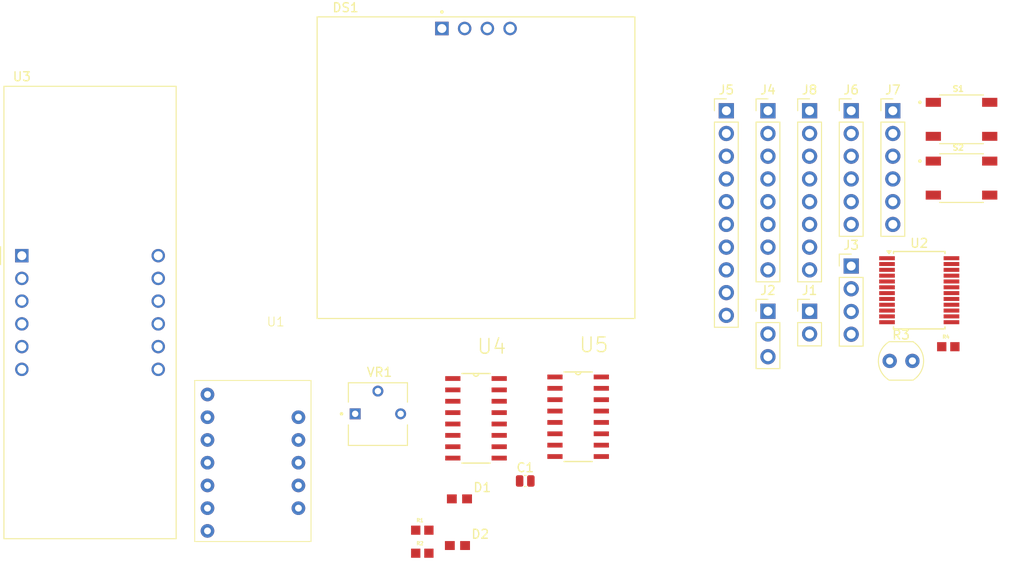
<source format=kicad_pcb>
(kicad_pcb (version 20241229) (generator "pcbnew") (generator_version "9.0")
  (layers (0 "F.Cu" signal) (2 "B.Cu" signal) (13 "F.Paste" user) (15 "B.Paste" user) (5 "F.SilkS" user "F.Silkscreen") (7 "B.SilkS" user "B.Silkscreen") (1 "F.Mask" user) (3 "B.Mask" user) (25 "Edge.Cuts" user))
  (net 0 "")
  (net 1 "PC0")
  (net 2 "GND")
  (net 3 "Net-(D1-Pad2)")
  (net 4 "3V3")
  (net 5 "Net-(D2-Pad2)")
  (net 6 "PC5")
  (net 7 "PC4")
  (net 8 "PD5")
  (net 9 "PD6")
  (net 10 "DCMOT1")
  (net 13 "DCMOT2")
  (net 15 "PD2")
  (net 21 "IOREF")
  (net 22 "Net-(U3-c)")
  (net 23 "Net-(U3-CC4)")
  (net 24 "Net-(U3-CC3)")
  (net 25 "Net-(U3-f)")
  (net 26 "Net-(U3-g)")
  (net 27 "Net-(U3-CC2)")
  (net 28 "Net-(U3-a)")
  (net 29 "Net-(U3-CC1)")
  (net 30 "Net-(U3-b)")
  (net 31 "Net-(U3-DPX)")
  (net 32 "Net-(U3-e)")
  (net 33 "Net-(U3-d)")
  (net 34 "PB5")
  (net 35 "PB4")
  (net 36 "Net-(U4-DS)")
  (net 41 "PB3")
  (net 46 "RESET")
  (net 64 "PD3")
  (net 66 "PD1")
  (footprint "LTST-C193TGKT-5A:0603" (layer "F.Cu") (at 129.15 81.5)
    (property "Reference" "D1" (at 2.546259 -1.273131 0) (layer "F.SilkS") (effects (font (size 1.002465 1.002465))))
    (property "Value" "LTST-C193TGKT-5A")
    (pad "1" smd rect (at -0.85 0) (size 1.1 1) (layers "F.Cu" "F.Mask" "F.Paste") (net 4 "3V3"))
    (pad "2" smd rect (at 0.85 0) (size 1.1 1) (layers "F.Cu" "F.Mask" "F.Paste") (net 3 "Net-(D1-Pad2)"))
  )
  (footprint "74HC595D_118:SOIC127P600X175-16N" (layer "F.Cu") (at 131 72.5)
    (property "Reference" "U4" (at 1.752945 -8.027975 0) (layer "F.SilkS") (effects (font (size 1.640323 1.640323))))
    (property "Value" "74HC595D_118")
    (fp_line (start -1.5748 5.0038) (end 1.5748 5.0038) (stroke (width 0.1524)) (layer "F.SilkS"))
    (fp_line (start -0.3048 -5.0038) (end -1.5748 -5.0038) (stroke (width 0.1524)) (layer "F.SilkS"))
    (fp_line (start 0.3048 -5.0038) (end -0.3048 -5.0038) (stroke (width 0.1524)) (layer "F.SilkS"))
    (fp_line (start 1.5748 -5.0038) (end 0.3048 -5.0038) (stroke (width 0.1524)) (layer "F.SilkS"))
    (fp_arc (start 0.3048 -5.0038) (mid 0 -4.699) (end -0.3048 -5.0038) (stroke (width 0.1524)) (layer "F.SilkS"))
    (pad "1" smd rect (at -2.5908 -4.445) (size 1.7018 0.5334) (layers "F.Cu" "F.Mask" "F.Paste") (net 30 "Net-(U3-b)"))
    (pad "2" smd rect (at -2.5908 -3.175) (size 1.7018 0.5334) (layers "F.Cu" "F.Mask" "F.Paste") (net 22 "Net-(U3-c)"))
    (pad "3" smd rect (at -2.5908 -1.905) (size 1.7018 0.5334) (layers "F.Cu" "F.Mask" "F.Paste") (net 33 "Net-(U3-d)"))
    (pad "4" smd rect (at -2.5908 -0.635) (size 1.7018 0.5334) (layers "F.Cu" "F.Mask" "F.Paste") (net 32 "Net-(U3-e)"))
    (pad "5" smd rect (at -2.5908 0.635) (size 1.7018 0.5334) (layers "F.Cu" "F.Mask" "F.Paste") (net 25 "Net-(U3-f)"))
    (pad "6" smd rect (at -2.5908 1.905) (size 1.7018 0.5334) (layers "F.Cu" "F.Mask" "F.Paste") (net 26 "Net-(U3-g)"))
    (pad "7" smd rect (at -2.5908 3.175) (size 1.7018 0.5334) (layers "F.Cu" "F.Mask" "F.Paste") (net 31 "Net-(U3-DPX)"))
    (pad "8" smd rect (at -2.5908 4.445) (size 1.7018 0.5334) (layers "F.Cu" "F.Mask" "F.Paste") (net 2 "GND"))
    (pad "9" smd rect (at 2.5908 4.445) (size 1.7018 0.5334) (layers "F.Cu" "F.Mask" "F.Paste"))
    (pad "10" smd rect (at 2.5908 3.175) (size 1.7018 0.5334) (layers "F.Cu" "F.Mask" "F.Paste"))
    (pad "11" smd rect (at 2.5908 1.905) (size 1.7018 0.5334) (layers "F.Cu" "F.Mask" "F.Paste") (net 34 "PB5"))
    (pad "12" smd rect (at 2.5908 0.635) (size 1.7018 0.5334) (layers "F.Cu" "F.Mask" "F.Paste") (net 34 "PB5"))
    (pad "13" smd rect (at 2.5908 -0.635) (size 1.7018 0.5334) (layers "F.Cu" "F.Mask" "F.Paste") (net 35 "PB4"))
    (pad "14" smd rect (at 2.5908 -1.905) (size 1.7018 0.5334) (layers "F.Cu" "F.Mask" "F.Paste") (net 36 "Net-(U4-DS)"))
    (pad "15" smd rect (at 2.5908 -3.175) (size 1.7018 0.5334) (layers "F.Cu" "F.Mask" "F.Paste") (net 28 "Net-(U3-a)"))
    (pad "16" smd rect (at 2.5908 -4.445) (size 1.7018 0.5334) (layers "F.Cu" "F.Mask" "F.Paste") (net 4 "3V3"))
  )
  (footprint "Connector_PinHeader_2.54mm:PinHeader_1x03_P2.54mm_Vertical" (layer "F.Cu") (at 163.617 60.539)
    (property "Reference" "J2" (at 0 -2.33 0) (layer "F.SilkS"))
    (property "Value" "Conn_01x03_Pin")
    (fp_line (start -1.33 -1.33) (end 0 -1.33) (stroke (width 0.12)) (layer "F.SilkS"))
    (fp_line (start -1.33 0) (end -1.33 -1.33) (stroke (width 0.12)) (layer "F.SilkS"))
    (fp_line (start -1.33 1.27) (end -1.33 6.41) (stroke (width 0.12)) (layer "F.SilkS"))
    (fp_line (start -1.33 1.27) (end 1.33 1.27) (stroke (width 0.12)) (layer "F.SilkS"))
    (fp_line (start -1.33 6.41) (end 1.33 6.41) (stroke (width 0.12)) (layer "F.SilkS"))
    (fp_line (start 1.33 1.27) (end 1.33 6.41) (stroke (width 0.12)) (layer "F.SilkS"))
    (pad "1" thru_hole rect (at 0 0) (size 1.7 1.7) (drill 1) (layers "*.Cu" "*.Mask") (net 4 "3V3"))
    (pad "2" thru_hole oval (at 0 2.54) (size 1.7 1.7) (drill 1) (layers "*.Cu" "*.Mask") (net 15 "PD2"))
    (pad "3" thru_hole oval (at 0 5.08) (size 1.7 1.7) (drill 1) (layers "*.Cu" "*.Mask") (net 2 "GND"))
  )
  (footprint "Connector_PinHeader_2.54mm:PinHeader_1x08_P2.54mm_Vertical" (layer "F.Cu") (at 163.617 38.139)
    (property "Reference" "J4" (at 0 -2.33 0) (layer "F.SilkS"))
    (property "Value" "Conn_01x08")
    (fp_line (start -1.33 -1.33) (end 0 -1.33) (stroke (width 0.12)) (layer "F.SilkS"))
    (fp_line (start -1.33 0) (end -1.33 -1.33) (stroke (width 0.12)) (layer "F.SilkS"))
    (fp_line (start -1.33 1.27) (end -1.33 19.11) (stroke (width 0.12)) (layer "F.SilkS"))
    (fp_line (start -1.33 1.27) (end 1.33 1.27) (stroke (width 0.12)) (layer "F.SilkS"))
    (fp_line (start -1.33 19.11) (end 1.33 19.11) (stroke (width 0.12)) (layer "F.SilkS"))
    (fp_line (start 1.33 1.27) (end 1.33 19.11) (stroke (width 0.12)) (layer "F.SilkS"))
    (pad "1" thru_hole rect (at 0 0) (size 1.7 1.7) (drill 1) (layers "*.Cu" "*.Mask"))
    (pad "2" thru_hole oval (at 0 2.54) (size 1.7 1.7) (drill 1) (layers "*.Cu" "*.Mask") (net 21 "IOREF"))
    (pad "3" thru_hole oval (at 0 5.08) (size 1.7 1.7) (drill 1) (layers "*.Cu" "*.Mask") (net 46 "RESET"))
    (pad "4" thru_hole oval (at 0 7.62) (size 1.7 1.7) (drill 1) (layers "*.Cu" "*.Mask") (net 4 "3V3"))
    (pad "5" thru_hole oval (at 0 10.16) (size 1.7 1.7) (drill 1) (layers "*.Cu" "*.Mask") (net 4 "3V3"))
    (pad "6" thru_hole oval (at 0 12.7) (size 1.7 1.7) (drill 1) (layers "*.Cu" "*.Mask") (net 2 "GND"))
    (pad "7" thru_hole oval (at 0 15.24) (size 1.7 1.7) (drill 1) (layers "*.Cu" "*.Mask") (net 2 "GND"))
    (pad "8" thru_hole oval (at 0 17.78) (size 1.7 1.7) (drill 1) (layers "*.Cu" "*.Mask") (net 4 "3V3"))
  )
  (footprint "RC0603JR-071KL:RESC1607X60N" (layer "F.Cu") (at 183.765 64.5)
    (property "Reference" "R4" (at -0.26 -1.1 0) (layer "F.SilkS") (effects (font (size 0.393701 0.393701))))
    (property "Value" "4.7k")
    (pad "1" smd rect (at -0.735 0) (size 1.04 1.02) (layers "F.Cu" "F.Mask" "F.Paste") (net 4 "3V3"))
    (pad "2" smd rect (at 0.735 0) (size 1.04 1.02) (layers "F.Cu" "F.Mask" "F.Paste") (net 64 "PD3"))
  )
  (footprint "OptoDevice:R_LDR_4.9x4.2mm_P2.54mm_Vertical" (layer "F.Cu") (at 177.217 66.089)
    (property "Reference" "R3" (at 1.27 -2.9 0) (layer "F.SilkS"))
    (property "Value" "4.7k")
    (fp_line (start -0.05 -2.15) (end 2.6 -2.15) (stroke (width 0.12)) (layer "F.SilkS"))
    (fp_line (start -0.05 2.15) (end 2.6 2.15) (stroke (width 0.12)) (layer "F.SilkS"))
    (fp_arc (start -0.05 2.15) (mid -1.262424 0.01494) (end -0.075476 -2.134388) (stroke (width 0.12)) (layer "F.SilkS"))
    (fp_arc (start 2.6 -2.15) (mid 3.788646 -0.016616) (end 2.628027 2.132145) (stroke (width 0.12)) (layer "F.SilkS"))
    (pad "1" thru_hole circle (at 0 0) (size 1.6 1.6) (drill 0.8) (layers "*.Cu" "*.Mask") (net 4 "3V3"))
    (pad "2" thru_hole circle (at 2.54 0) (size 1.6 1.6) (drill 0.8) (layers "*.Cu" "*.Mask") (net 15 "PD2"))
  )
  (footprint "RC0603JR-071KL:RESC1607X60N" (layer "F.Cu") (at 125 87.572)
    (property "Reference" "R2" (at -0.26 -1.1 0) (layer "F.SilkS") (effects (font (size 0.393701 0.393701))))
    (property "Value" "RC0603JR-071KL")
    (pad "1" smd rect (at -0.735 0) (size 1.04 1.02) (layers "F.Cu" "F.Mask" "F.Paste") (net 9 "PD6"))
    (pad "2" smd rect (at 0.735 0) (size 1.04 1.02) (layers "F.Cu" "F.Mask" "F.Paste") (net 5 "Net-(D2-Pad2)"))
  )
  (footprint "Connector_PinHeader_2.54mm:PinHeader_1x06_P2.54mm_Vertical" (layer "F.Cu") (at 177.567 38.139)
    (property "Reference" "J7" (at 0 -2.33 0) (layer "F.SilkS"))
    (property "Value" "Conn_01x06")
    (fp_line (start -1.33 -1.33) (end 0 -1.33) (stroke (width 0.12)) (layer "F.SilkS"))
    (fp_line (start -1.33 0) (end -1.33 -1.33) (stroke (width 0.12)) (layer "F.SilkS"))
    (fp_line (start -1.33 1.27) (end -1.33 14.03) (stroke (width 0.12)) (layer "F.SilkS"))
    (fp_line (start -1.33 1.27) (end 1.33 1.27) (stroke (width 0.12)) (layer "F.SilkS"))
    (fp_line (start -1.33 14.03) (end 1.33 14.03) (stroke (width 0.12)) (layer "F.SilkS"))
    (fp_line (start 1.33 1.27) (end 1.33 14.03) (stroke (width 0.12)) (layer "F.SilkS"))
    (pad "1" thru_hole rect (at 0 0) (size 1.7 1.7) (drill 1) (layers "*.Cu" "*.Mask") (net 1 "PC0"))
    (pad "2" thru_hole oval (at 0 2.54) (size 1.7 1.7) (drill 1) (layers "*.Cu" "*.Mask"))
    (pad "3" thru_hole oval (at 0 5.08) (size 1.7 1.7) (drill 1) (layers "*.Cu" "*.Mask"))
    (pad "4" thru_hole oval (at 0 7.62) (size 1.7 1.7) (drill 1) (layers "*.Cu" "*.Mask"))
    (pad "5" thru_hole oval (at 0 10.16) (size 1.7 1.7) (drill 1) (layers "*.Cu" "*.Mask"))
    (pad "6" thru_hole oval (at 0 12.7) (size 1.7 1.7) (drill 1) (layers "*.Cu" "*.Mask"))
  )
  (footprint "LTST-C193TGKT-5A:0603" (layer "F.Cu") (at 128.927 86.714)
    (property "Reference" "D2" (at 2.546259 -1.273131 0) (layer "F.SilkS") (effects (font (size 1.002465 1.002465))))
    (property "Value" "LTST-C193TGKT-5A")
    (pad "1" smd rect (at -0.85 0) (size 1.1 1) (layers "F.Cu" "F.Mask" "F.Paste") (net 4 "3V3"))
    (pad "2" smd rect (at 0.85 0) (size 1.1 1) (layers "F.Cu" "F.Mask" "F.Paste") (net 5 "Net-(D2-Pad2)"))
  )
  (footprint "Package_SO:SSOP-24_5.3x8.2mm_P0.65mm" (layer "F.Cu") (at 180.517 58.189)
    (property "Reference" "U2" (at 0 -5.25 0) (layer "F.SilkS"))
    (property "Value" "TB6612FNG")
    (fp_line (start -2.875 -4.325) (end -2.875 -4.1) (stroke (width 0.15)) (layer "F.SilkS"))
    (fp_line (start -2.875 -4.325) (end 2.875 -4.325) (stroke (width 0.15)) (layer "F.SilkS"))
    (fp_line (start -2.875 4.325) (end -2.875 4.1) (stroke (width 0.15)) (layer "F.SilkS"))
    (fp_line (start -2.875 4.325) (end 2.875 4.325) (stroke (width 0.15)) (layer "F.SilkS"))
    (fp_line (start 2.875 -4.325) (end 2.875 -4.1) (stroke (width 0.15)) (layer "F.SilkS"))
    (fp_line (start 2.875 4.325) (end 2.875 4.1) (stroke (width 0.15)) (layer "F.SilkS"))
    (fp_poly (pts (xy -3.375 -4.075) (xy -3.615 -4.405) (xy -3.135 -4.405) (xy -3.375 -4.075)) (stroke (width 0.12)) (fill yes) (layer "F.SilkS"))
    (pad "1" smd rect (at -3.6 -3.575) (size 1.75 0.45) (layers "F.Cu" "F.Mask" "F.Paste") (net 10 "DCMOT1"))
    (pad "2" smd rect (at -3.6 -2.925) (size 1.75 0.45) (layers "F.Cu" "F.Mask" "F.Paste") (net 10 "DCMOT1"))
    (pad "3" smd rect (at -3.6 -2.275) (size 1.75 0.45) (layers "F.Cu" "F.Mask" "F.Paste"))
    (pad "4" smd rect (at -3.6 -1.625) (size 1.75 0.45) (layers "F.Cu" "F.Mask" "F.Paste"))
    (pad "5" smd rect (at -3.6 -0.975) (size 1.75 0.45) (layers "F.Cu" "F.Mask" "F.Paste") (net 13 "DCMOT2"))
    (pad "6" smd rect (at -3.6 -0.325) (size 1.75 0.45) (layers "F.Cu" "F.Mask" "F.Paste") (net 13 "DCMOT2"))
    (pad "7" smd rect (at -3.6 0.325) (size 1.75 0.45) (layers "F.Cu" "F.Mask" "F.Paste"))
    (pad "8" smd rect (at -3.6 0.975) (size 1.75 0.45) (layers "F.Cu" "F.Mask" "F.Paste"))
    (pad "9" smd rect (at -3.6 1.625) (size 1.75 0.45) (layers "F.Cu" "F.Mask" "F.Paste"))
    (pad "10" smd rect (at -3.6 2.275) (size 1.75 0.45) (layers "F.Cu" "F.Mask" "F.Paste"))
    (pad "11" smd rect (at -3.6 2.925) (size 1.75 0.45) (layers "F.Cu" "F.Mask" "F.Paste"))
    (pad "12" smd rect (at -3.6 3.575) (size 1.75 0.45) (layers "F.Cu" "F.Mask" "F.Paste"))
    (pad "13" smd rect (at 3.6 3.575) (size 1.75 0.45) (layers "F.Cu" "F.Mask" "F.Paste"))
    (pad "14" smd rect (at 3.6 2.925) (size 1.75 0.45) (layers "F.Cu" "F.Mask" "F.Paste"))
    (pad "15" smd rect (at 3.6 2.275) (size 1.75 0.45) (layers "F.Cu" "F.Mask" "F.Paste"))
    (pad "16" smd rect (at 3.6 1.625) (size 1.75 0.45) (layers "F.Cu" "F.Mask" "F.Paste"))
    (pad "17" smd rect (at 3.6 0.975) (size 1.75 0.45) (layers "F.Cu" "F.Mask" "F.Paste"))
    (pad "18" smd rect (at 3.6 0.325) (size 1.75 0.45) (layers "F.Cu" "F.Mask" "F.Paste") (net 2 "GND"))
    (pad "19" smd rect (at 3.6 -0.325) (size 1.75 0.45) (layers "F.Cu" "F.Mask" "F.Paste") (net 4 "3V3"))
    (pad "20" smd rect (at 3.6 -0.975) (size 1.75 0.45) (layers "F.Cu" "F.Mask" "F.Paste") (net 4 "3V3"))
    (pad "21" smd rect (at 3.6 -1.625) (size 1.75 0.45) (layers "F.Cu" "F.Mask" "F.Paste") (net 66 "PD1"))
    (pad "22" smd rect (at 3.6 -2.275) (size 1.75 0.45) (layers "F.Cu" "F.Mask" "F.Paste") (net 15 "PD2"))
    (pad "23" smd rect (at 3.6 -2.925) (size 1.75 0.45) (layers "F.Cu" "F.Mask" "F.Paste") (net 64 "PD3"))
    (pad "24" smd rect (at 3.6 -3.575) (size 1.75 0.45) (layers "F.Cu" "F.Mask" "F.Paste") (net 4 "3V3"))
  )
  (footprint "8-1437565-1:SW_8-1437565-1" (layer "F.Cu") (at 185.242 45.6645)
    (property "Reference" "S2" (at -0.368 -3.4064 0) (layer "F.SilkS") (effects (font (size 0.64 0.64))))
    (property "Value" "8-1437565-1")
    (fp_line (start 2.45 -2.72) (end -2.45 -2.72) (stroke (width 0.127)) (layer "F.SilkS"))
    (fp_line (start 2.45 2.72) (end -2.45 2.72) (stroke (width 0.127)) (layer "F.SilkS"))
    (fp_circle (center -4.65 -1.9) (end -4.55 -1.9) (stroke (width 0.2)) (fill no) (layer "F.SilkS"))
    (pad "1" smd rect (at -3.15 -1.9) (size 1.7 1) (layers "F.Cu" "F.Mask" "F.Paste") (net 64 "PD3"))
    (pad "2" smd rect (at 3.15 -1.9) (size 1.7 1) (layers "F.Cu" "F.Mask" "F.Paste") (net 64 "PD3"))
    (pad "3" smd rect (at -3.15 1.9) (size 1.7 1) (layers "F.Cu" "F.Mask" "F.Paste") (net 2 "GND"))
    (pad "4" smd rect (at 3.15 1.9) (size 1.7 1) (layers "F.Cu" "F.Mask" "F.Paste") (net 2 "GND"))
  )
  (footprint "Connector_PinHeader_2.54mm:PinHeader_1x10_P2.54mm_Vertical" (layer "F.Cu") (at 158.967 38.139)
    (property "Reference" "J5" (at 0 -2.33 0) (layer "F.SilkS"))
    (property "Value" "Conn_01x10")
    (fp_line (start -1.33 -1.33) (end 0 -1.33) (stroke (width 0.12)) (layer "F.SilkS"))
    (fp_line (start -1.33 0) (end -1.33 -1.33) (stroke (width 0.12)) (layer "F.SilkS"))
    (fp_line (start -1.33 1.27) (end -1.33 24.19) (stroke (width 0.12)) (layer "F.SilkS"))
    (fp_line (start -1.33 1.27) (end 1.33 1.27) (stroke (width 0.12)) (layer "F.SilkS"))
    (fp_line (start -1.33 24.19) (end 1.33 24.19) (stroke (width 0.12)) (layer "F.SilkS"))
    (fp_line (start 1.33 1.27) (end 1.33 24.19) (stroke (width 0.12)) (layer "F.SilkS"))
    (pad "1" thru_hole rect (at 0 0) (size 1.7 1.7) (drill 1) (layers "*.Cu" "*.Mask") (net 6 "PC5"))
    (pad "2" thru_hole oval (at 0 2.54) (size 1.7 1.7) (drill 1) (layers "*.Cu" "*.Mask") (net 7 "PC4"))
    (pad "3" thru_hole oval (at 0 5.08) (size 1.7 1.7) (drill 1) (layers "*.Cu" "*.Mask"))
    (pad "4" thru_hole oval (at 0 7.62) (size 1.7 1.7) (drill 1) (layers "*.Cu" "*.Mask") (net 2 "GND"))
    (pad "5" thru_hole oval (at 0 10.16) (size 1.7 1.7) (drill 1) (layers "*.Cu" "*.Mask"))
    (pad "6" thru_hole oval (at 0 12.7) (size 1.7 1.7) (drill 1) (layers "*.Cu" "*.Mask"))
    (pad "7" thru_hole oval (at 0 15.24) (size 1.7 1.7) (drill 1) (layers "*.Cu" "*.Mask"))
    (pad "8" thru_hole oval (at 0 17.78) (size 1.7 1.7) (drill 1) (layers "*.Cu" "*.Mask"))
    (pad "9" thru_hole oval (at 0 20.32) (size 1.7 1.7) (drill 1) (layers "*.Cu" "*.Mask"))
    (pad "10" thru_hole oval (at 0 22.86) (size 1.7 1.7) (drill 1) (layers "*.Cu" "*.Mask"))
  )
  (footprint "Connector_PinHeader_2.54mm:PinHeader_1x06_P2.54mm_Vertical" (layer "F.Cu") (at 172.917 38.139)
    (property "Reference" "J6" (at 0 -2.33 0) (layer "F.SilkS"))
    (property "Value" "Conn_01x06")
    (fp_line (start -1.33 -1.33) (end 0 -1.33) (stroke (width 0.12)) (layer "F.SilkS"))
    (fp_line (start -1.33 0) (end -1.33 -1.33) (stroke (width 0.12)) (layer "F.SilkS"))
    (fp_line (start -1.33 1.27) (end -1.33 14.03) (stroke (width 0.12)) (layer "F.SilkS"))
    (fp_line (start -1.33 1.27) (end 1.33 1.27) (stroke (width 0.12)) (layer "F.SilkS"))
    (fp_line (start -1.33 14.03) (end 1.33 14.03) (stroke (width 0.12)) (layer "F.SilkS"))
    (fp_line (start 1.33 1.27) (end 1.33 14.03) (stroke (width 0.12)) (layer "F.SilkS"))
    (pad "1" thru_hole rect (at 0 0) (size 1.7 1.7) (drill 1) (layers "*.Cu" "*.Mask"))
    (pad "2" thru_hole oval (at 0 2.54) (size 1.7 1.7) (drill 1) (layers "*.Cu" "*.Mask"))
    (pad "3" thru_hole oval (at 0 5.08) (size 1.7 1.7) (drill 1) (layers "*.Cu" "*.Mask") (net 41 "PB3"))
    (pad "4" thru_hole oval (at 0 7.62) (size 1.7 1.7) (drill 1) (layers "*.Cu" "*.Mask") (net 35 "PB4"))
    (pad "5" thru_hole oval (at 0 10.16) (size 1.7 1.7) (drill 1) (layers "*.Cu" "*.Mask") (net 34 "PB5"))
    (pad "6" thru_hole oval (at 0 12.7) (size 1.7 1.7) (drill 1) (layers "*.Cu" "*.Mask"))
  )
  (footprint "OLED_128X64_1.3_I2C:LCD_OLED_128X64_1.3_I2C" (layer "F.Cu") (at 131 44.5)
    (property "Reference" "DS1" (at -14.575 -17.885 0) (layer "F.SilkS"))
    (property "Value" "OLED_128X64_1.3_I2C")
    (fp_line (start -17.75 -16.85) (end 17.75 -16.85) (stroke (width 0.127)) (layer "F.SilkS"))
    (fp_line (start -17.75 16.85) (end -17.75 -16.85) (stroke (width 0.127)) (layer "F.SilkS"))
    (fp_line (start 17.75 -16.85) (end 17.75 16.85) (stroke (width 0.127)) (layer "F.SilkS"))
    (fp_line (start 17.75 16.85) (end -17.75 16.85) (stroke (width 0.127)) (layer "F.SilkS"))
    (fp_circle (center -3.81 -17.4) (end -3.71 -17.4) (stroke (width 0.2)) (fill no) (layer "F.SilkS"))
    (pad "" np_thru_hole circle (at -15.75 -14.85) (size 3 3) (drill 3) (layers "*.Cu" "*.Mask"))
    (pad "" np_thru_hole circle (at -15.75 14.85) (size 3 3) (drill 3) (layers "*.Cu" "*.Mask"))
    (pad "" np_thru_hole circle (at 15.75 -14.85) (size 3 3) (drill 3) (layers "*.Cu" "*.Mask"))
    (pad "" np_thru_hole circle (at 15.75 14.85) (size 3 3) (drill 3) (layers "*.Cu" "*.Mask"))
    (pad "1" thru_hole rect (at -3.81 -15.55) (size 1.508 1.508) (drill 1) (layers "*.Cu" "*.Mask") (net 4 "3V3"))
    (pad "2" thru_hole circle (at -1.27 -15.55) (size 1.508 1.508) (drill 1) (layers "*.Cu" "*.Mask") (net 2 "GND"))
    (pad "3" thru_hole circle (at 1.27 -15.55) (size 1.508 1.508) (drill 1) (layers "*.Cu" "*.Mask") (net 6 "PC5"))
    (pad "4" thru_hole circle (at 3.81 -15.55) (size 1.508 1.508) (drill 1) (layers "*.Cu" "*.Mask") (net 7 "PC4"))
  )
  (footprint "Capacitor_SMD:C_0504_1310Metric_Pad0.83x1.28mm_HandSolder" (layer "F.Cu") (at 136.5 79.5)
    (property "Reference" "C1" (at 0 -1.49 0) (layer "F.SilkS"))
    (property "Value" "1u")
    (fp_line (start -0.101969 -0.62) (end 0.101969 -0.62) (stroke (width 0.12)) (layer "F.SilkS"))
    (fp_line (start -0.101969 0.62) (end 0.101969 0.62) (stroke (width 0.12)) (layer "F.SilkS"))
    (pad "1" smd roundrect (at -0.6275 0) (size 0.835 1.28) (layers "F.Cu" "F.Mask" "F.Paste") (net 1 "PC0"))
    (pad "2" smd roundrect (at 0.6275 0) (size 0.835 1.28) (layers "F.Cu" "F.Mask" "F.Paste") (net 2 "GND"))
  )
  (footprint "8-1437565-1:SW_8-1437565-1" (layer "F.Cu") (at 185.242 39.0975)
    (property "Reference" "S1" (at -0.368 -3.4064 0) (layer "F.SilkS") (effects (font (size 0.64 0.64))))
    (property "Value" "8-1437565-1")
    (fp_line (start 2.45 -2.72) (end -2.45 -2.72) (stroke (width 0.127)) (layer "F.SilkS"))
    (fp_line (start 2.45 2.72) (end -2.45 2.72) (stroke (width 0.127)) (layer "F.SilkS"))
    (fp_circle (center -4.65 -1.9) (end -4.55 -1.9) (stroke (width 0.2)) (fill no) (layer "F.SilkS"))
    (pad "1" smd rect (at -3.15 -1.9) (size 1.7 1) (layers "F.Cu" "F.Mask" "F.Paste") (net 15 "PD2"))
    (pad "2" smd rect (at 3.15 -1.9) (size 1.7 1) (layers "F.Cu" "F.Mask" "F.Paste") (net 15 "PD2"))
    (pad "3" smd rect (at -3.15 1.9) (size 1.7 1) (layers "F.Cu" "F.Mask" "F.Paste") (net 2 "GND"))
    (pad "4" smd rect (at 3.15 1.9) (size 1.7 1) (layers "F.Cu" "F.Mask" "F.Paste") (net 2 "GND"))
  )
  (footprint "74HC595D_118:SOIC127P600X175-16N" (layer "F.Cu") (at 142.4092 72.325)
    (property "Reference" "U5" (at 1.752945 -8.027975 0) (layer "F.SilkS") (effects (font (size 1.640323 1.640323))))
    (property "Value" "74HC595D_118")
    (fp_line (start -1.5748 5.0038) (end 1.5748 5.0038) (stroke (width 0.1524)) (layer "F.SilkS"))
    (fp_line (start -0.3048 -5.0038) (end -1.5748 -5.0038) (stroke (width 0.1524)) (layer "F.SilkS"))
    (fp_line (start 0.3048 -5.0038) (end -0.3048 -5.0038) (stroke (width 0.1524)) (layer "F.SilkS"))
    (fp_line (start 1.5748 -5.0038) (end 0.3048 -5.0038) (stroke (width 0.1524)) (layer "F.SilkS"))
    (fp_arc (start 0.3048 -5.0038) (mid 0 -4.699) (end -0.3048 -5.0038) (stroke (width 0.1524)) (layer "F.SilkS"))
    (pad "1" smd rect (at -2.5908 -4.445) (size 1.7018 0.5334) (layers "F.Cu" "F.Mask" "F.Paste") (net 27 "Net-(U3-CC2)"))
    (pad "2" smd rect (at -2.5908 -3.175) (size 1.7018 0.5334) (layers "F.Cu" "F.Mask" "F.Paste") (net 24 "Net-(U3-CC3)"))
    (pad "3" smd rect (at -2.5908 -1.905) (size 1.7018 0.5334) (layers "F.Cu" "F.Mask" "F.Paste") (net 23 "Net-(U3-CC4)"))
    (pad "4" smd rect (at -2.5908 -0.635) (size 1.7018 0.5334) (layers "F.Cu" "F.Mask" "F.Paste"))
    (pad "5" smd rect (at -2.5908 0.635) (size 1.7018 0.5334) (layers "F.Cu" "F.Mask" "F.Paste"))
    (pad "6" smd rect (at -2.5908 1.905) (size 1.7018 0.5334) (layers "F.Cu" "F.Mask" "F.Paste"))
    (pad "7" smd rect (at -2.5908 3.175) (size 1.7018 0.5334) (layers "F.Cu" "F.Mask" "F.Paste"))
    (pad "8" smd rect (at -2.5908 4.445) (size 1.7018 0.5334) (layers "F.Cu" "F.Mask" "F.Paste") (net 2 "GND"))
    (pad "9" smd rect (at 2.5908 4.445) (size 1.7018 0.5334) (layers "F.Cu" "F.Mask" "F.Paste") (net 36 "Net-(U4-DS)"))
    (pad "10" smd rect (at 2.5908 3.175) (size 1.7018 0.5334) (layers "F.Cu" "F.Mask" "F.Paste"))
    (pad "11" smd rect (at 2.5908 1.905) (size 1.7018 0.5334) (layers "F.Cu" "F.Mask" "F.Paste") (net 34 "PB5"))
    (pad "12" smd rect (at 2.5908 0.635) (size 1.7018 0.5334) (layers "F.Cu" "F.Mask" "F.Paste") (net 34 "PB5"))
    (pad "13" smd rect (at 2.5908 -0.635) (size 1.7018 0.5334) (layers "F.Cu" "F.Mask" "F.Paste") (net 35 "PB4"))
    (pad "14" smd rect (at 2.5908 -1.905) (size 1.7018 0.5334) (layers "F.Cu" "F.Mask" "F.Paste") (net 41 "PB3"))
    (pad "15" smd rect (at 2.5908 -3.175) (size 1.7018 0.5334) (layers "F.Cu" "F.Mask" "F.Paste") (net 29 "Net-(U3-CC1)"))
    (pad "16" smd rect (at 2.5908 -4.445) (size 1.7018 0.5334) (layers "F.Cu" "F.Mask" "F.Paste") (net 4 "3V3"))
  )
  (footprint "Connector_PinHeader_2.54mm:PinHeader_1x08_P2.54mm_Vertical" (layer "F.Cu") (at 168.267 38.139)
    (property "Reference" "J8" (at 0 -2.33 0) (layer "F.SilkS"))
    (property "Value" "Conn_01x08")
    (fp_line (start -1.33 -1.33) (end 0 -1.33) (stroke (width 0.12)) (layer "F.SilkS"))
    (fp_line (start -1.33 0) (end -1.33 -1.33) (stroke (width 0.12)) (layer "F.SilkS"))
    (fp_line (start -1.33 1.27) (end -1.33 19.11) (stroke (width 0.12)) (layer "F.SilkS"))
    (fp_line (start -1.33 1.27) (end 1.33 1.27) (stroke (width 0.12)) (layer "F.SilkS"))
    (fp_line (start -1.33 19.11) (end 1.33 19.11) (stroke (width 0.12)) (layer "F.SilkS"))
    (fp_line (start 1.33 1.27) (end 1.33 19.11) (stroke (width 0.12)) (layer "F.SilkS"))
    (pad "1" thru_hole rect (at 0 0) (size 1.7 1.7) (drill 1) (layers "*.Cu" "*.Mask") (net 66 "PD1"))
    (pad "2" thru_hole oval (at 0 2.54) (size 1.7 1.7) (drill 1) (layers "*.Cu" "*.Mask") (net 15 "PD2"))
    (pad "3" thru_hole oval (at 0 5.08) (size 1.7 1.7) (drill 1) (layers "*.Cu" "*.Mask") (net 64 "PD3"))
    (pad "4" thru_hole oval (at 0 7.62) (size 1.7 1.7) (drill 1) (layers "*.Cu" "*.Mask"))
    (pad "5" thru_hole oval (at 0 10.16) (size 1.7 1.7) (drill 1) (layers "*.Cu" "*.Mask") (net 8 "PD5"))
    (pad "6" thru_hole oval (at 0 12.7) (size 1.7 1.7) (drill 1) (layers "*.Cu" "*.Mask") (net 9 "PD6"))
    (pad "7" thru_hole oval (at 0 15.24) (size 1.7 1.7) (drill 1) (layers "*.Cu" "*.Mask"))
    (pad "8" thru_hole oval (at 0 17.78) (size 1.7 1.7) (drill 1) (layers "*.Cu" "*.Mask"))
  )
  (footprint "Connector_PinHeader_2.54mm:PinHeader_1x04_P2.54mm_Vertical" (layer "F.Cu") (at 172.917 55.489)
    (property "Reference" "J3" (at 0 -2.33 0) (layer "F.SilkS"))
    (property "Value" "Conn_01x04_Socket")
    (fp_line (start -1.33 -1.33) (end 0 -1.33) (stroke (width 0.12)) (layer "F.SilkS"))
    (fp_line (start -1.33 0) (end -1.33 -1.33) (stroke (width 0.12)) (layer "F.SilkS"))
    (fp_line (start -1.33 1.27) (end -1.33 8.95) (stroke (width 0.12)) (layer "F.SilkS"))
    (fp_line (start -1.33 1.27) (end 1.33 1.27) (stroke (width 0.12)) (layer "F.SilkS"))
    (fp_line (start -1.33 8.95) (end 1.33 8.95) (stroke (width 0.12)) (layer "F.SilkS"))
    (fp_line (start 1.33 1.27) (end 1.33 8.95) (stroke (width 0.12)) (layer "F.SilkS"))
    (pad "1" thru_hole rect (at 0 0) (size 1.7 1.7) (drill 1) (layers "*.Cu" "*.Mask") (net 2 "GND"))
    (pad "2" thru_hole oval (at 0 2.54) (size 1.7 1.7) (drill 1) (layers "*.Cu" "*.Mask") (net 15 "PD2"))
    (pad "3" thru_hole oval (at 0 5.08) (size 1.7 1.7) (drill 1) (layers "*.Cu" "*.Mask") (net 15 "PD2"))
    (pad "4" thru_hole oval (at 0 7.62) (size 1.7 1.7) (drill 1) (layers "*.Cu" "*.Mask") (net 4 "3V3"))
  )
  (footprint "RC0603JR-071KL:RESC1607X60N" (layer "F.Cu") (at 125 85)
    (property "Reference" "R1" (at -0.26 -1.1 0) (layer "F.SilkS") (effects (font (size 0.393701 0.393701))))
    (property "Value" "RC0603JR-071KL")
    (pad "1" smd rect (at -0.735 0) (size 1.04 1.02) (layers "F.Cu" "F.Mask" "F.Paste") (net 8 "PD5"))
    (pad "2" smd rect (at 0.735 0) (size 1.04 1.02) (layers "F.Cu" "F.Mask" "F.Paste") (net 3 "Net-(D1-Pad2)"))
  )
  (footprint "Display_7Segment:CA56-12SRWA" (layer "F.Cu") (at 80.26 54.33)
    (property "Reference" "U3" (at 0 -20 0) (layer "F.SilkS"))
    (property "Value" "CC56-12SRWA")
    (fp_line (start -2.38 -1) (end -2.38 1) (stroke (width 0.12)) (layer "F.SilkS"))
    (fp_line (start -2 -18.92) (end -2 31.62) (stroke (width 0.12)) (layer "F.SilkS"))
    (fp_line (start -2 -18.92) (end 17.24 -18.92) (stroke (width 0.12)) (layer "F.SilkS"))
    (fp_line (start -2 31.62) (end 17.24 31.62) (stroke (width 0.12)) (layer "F.SilkS"))
    (fp_line (start 17.24 31.62) (end 17.24 -18.92) (stroke (width 0.12)) (layer "F.SilkS"))
    (pad "1" thru_hole rect (at 0 0) (size 1.5 1.5) (drill 1) (layers "*.Cu" "*.Mask") (net 32 "Net-(U3-e)"))
    (pad "2" thru_hole circle (at 0 2.54) (size 1.5 1.5) (drill 1) (layers "*.Cu" "*.Mask") (net 33 "Net-(U3-d)"))
    (pad "3" thru_hole circle (at 0 5.08) (size 1.5 1.5) (drill 1) (layers "*.Cu" "*.Mask") (net 31 "Net-(U3-DPX)"))
    (pad "4" thru_hole circle (at 0 7.62) (size 1.5 1.5) (drill 1) (layers "*.Cu" "*.Mask") (net 22 "Net-(U3-c)"))
    (pad "5" thru_hole circle (at 0 10.16) (size 1.5 1.5) (drill 1) (layers "*.Cu" "*.Mask") (net 26 "Net-(U3-g)"))
    (pad "6" thru_hole circle (at 0 12.7) (size 1.5 1.5) (drill 1) (layers "*.Cu" "*.Mask") (net 23 "Net-(U3-CC4)"))
    (pad "7" thru_hole circle (at 15.24 12.7) (size 1.5 1.5) (drill 1) (layers "*.Cu" "*.Mask") (net 30 "Net-(U3-b)"))
    (pad "8" thru_hole circle (at 15.24 10.16) (size 1.5 1.5) (drill 1) (layers "*.Cu" "*.Mask") (net 24 "Net-(U3-CC3)"))
    (pad "9" thru_hole circle (at 15.24 7.62) (size 1.5 1.5) (drill 1) (layers "*.Cu" "*.Mask") (net 27 "Net-(U3-CC2)"))
    (pad "10" thru_hole circle (at 15.24 5.08) (size 1.5 1.5) (drill 1) (layers "*.Cu" "*.Mask") (net 25 "Net-(U3-f)"))
    (pad "11" thru_hole circle (at 15.24 2.54) (size 1.5 1.5) (drill 1) (layers "*.Cu" "*.Mask") (net 28 "Net-(U3-a)"))
    (pad "12" thru_hole circle (at 15.24 0) (size 1.5 1.5) (drill 1) (layers "*.Cu" "*.Mask") (net 29 "Net-(U3-CC1)"))
  )
  (footprint "3362P_1_103LF:TRIM_3362P-1-103LF" (layer "F.Cu") (at 120.04 72)
    (property "Reference" "VR1" (at 0.17547 -4.64779 0) (layer "F.SilkS") (effects (font (size 1.002756 1.002756))))
    (property "Value" "10k")
    (fp_line (start -3.3 -3.47) (end 3.3 -3.47) (stroke (width 0.127)) (layer "F.SilkS"))
    (fp_line (start -3.3 -1.305) (end -3.3 -3.47) (stroke (width 0.127)) (layer "F.SilkS"))
    (fp_line (start -3.3 3.52) (end -3.3 1.235) (stroke (width 0.127)) (layer "F.SilkS"))
    (fp_line (start 3.3 -3.47) (end 3.3 -1.305) (stroke (width 0.127)) (layer "F.SilkS"))
    (fp_line (start 3.3 1.235) (end 3.3 3.52) (stroke (width 0.127)) (layer "F.SilkS"))
    (fp_line (start 3.3 3.53) (end -3.3 3.53) (stroke (width 0.127)) (layer "F.SilkS"))
    (fp_circle (center -4.064 0) (end -3.964 0) (stroke (width 0.2)) (fill no) (layer "F.SilkS"))
    (pad "1" thru_hole rect (at -2.54 0) (size 1.222 1.222) (drill 0.714) (layers "*.Cu" "*.Mask") (net 4 "3V3"))
    (pad "2" thru_hole circle (at 0 -2.54) (size 1.222 1.222) (drill 0.714) (layers "*.Cu" "*.Mask") (net 1 "PC0"))
    (pad "3" thru_hole circle (at 2.54 0) (size 1.222 1.222) (drill 0.714) (layers "*.Cu" "*.Mask") (net 2 "GND"))
  )
  (footprint "MODBMI160:MODBMI160" (layer "F.Cu") (at 108.62 62.22)
    (property "Reference" "U1" (at 0 -0.5 0) (layer "F.SilkS") (effects (font (thickness 0.1))))
    (property "Value" "~")
    (fp_line (start -9.05 6.05) (end 3.95 6.05) (stroke (width 0.1)) (layer "F.SilkS"))
    (fp_line (start -9.05 24.05) (end -9.05 6.05) (stroke (width 0.1)) (layer "F.SilkS"))
    (fp_line (start 3.95 6.05) (end 3.95 24.05) (stroke (width 0.1)) (layer "F.SilkS"))
    (fp_line (start 3.95 24.05) (end -9.05 24.05) (stroke (width 0.1)) (layer "F.SilkS"))
    (pad "1" thru_hole circle (at -7.62 7.62) (size 1.524 1.524) (drill 0.762) (layers "*.Cu" "*.Mask") (net 4 "3V3"))
    (pad "2" thru_hole circle (at -7.62 10.16) (size 1.524 1.524) (drill 0.762) (layers "*.Cu" "*.Mask"))
    (pad "3" thru_hole circle (at -7.62 12.7) (size 1.524 1.524) (drill 0.762) (layers "*.Cu" "*.Mask") (net 2 "GND"))
    (pad "4" thru_hole circle (at -7.62 15.24) (size 1.524 1.524) (drill 0.762) (layers "*.Cu" "*.Mask") (net 6 "PC5"))
    (pad "5" thru_hole circle (at -7.62 17.78) (size 1.524 1.524) (drill 0.762) (layers "*.Cu" "*.Mask") (net 7 "PC4"))
    (pad "6" thru_hole circle (at -7.62 20.32) (size 1.524 1.524) (drill 0.762) (layers "*.Cu" "*.Mask"))
    (pad "7" thru_hole circle (at -7.62 22.86) (size 1.524 1.524) (drill 0.762) (layers "*.Cu" "*.Mask"))
    (pad "8" thru_hole circle (at 2.54 10.16) (size 1.524 1.524) (drill 0.762) (layers "*.Cu" "*.Mask"))
    (pad "9" thru_hole circle (at 2.54 12.7) (size 1.524 1.524) (drill 0.762) (layers "*.Cu" "*.Mask"))
    (pad "10" thru_hole circle (at 2.54 15.24) (size 1.524 1.524) (drill 0.762) (layers "*.Cu" "*.Mask"))
    (pad "11" thru_hole circle (at 2.54 17.78) (size 1.524 1.524) (drill 0.762) (layers "*.Cu" "*.Mask"))
    (pad "12" thru_hole circle (at 2.54 20.32) (size 1.524 1.524) (drill 0.762) (layers "*.Cu" "*.Mask"))
  )
  (footprint "Connector_PinHeader_2.54mm:PinHeader_1x02_P2.54mm_Vertical" (layer "F.Cu") (at 168.267 60.539)
    (property "Reference" "J1" (at 0 -2.33 0) (layer "F.SilkS"))
    (property "Value" "Conn_01x02_Pin")
    (fp_line (start -1.33 -1.33) (end 0 -1.33) (stroke (width 0.12)) (layer "F.SilkS"))
    (fp_line (start -1.33 0) (end -1.33 -1.33) (stroke (width 0.12)) (layer "F.SilkS"))
    (fp_line (start -1.33 1.27) (end -1.33 3.87) (stroke (width 0.12)) (layer "F.SilkS"))
    (fp_line (start -1.33 1.27) (end 1.33 1.27) (stroke (width 0.12)) (layer "F.SilkS"))
    (fp_line (start -1.33 3.87) (end 1.33 3.87) (stroke (width 0.12)) (layer "F.SilkS"))
    (fp_line (start 1.33 1.27) (end 1.33 3.87) (stroke (width 0.12)) (layer "F.SilkS"))
    (pad "1" thru_hole rect (at 0 0) (size 1.7 1.7) (drill 1) (layers "*.Cu" "*.Mask") (net 10 "DCMOT1"))
    (pad "2" thru_hole oval (at 0 2.54) (size 1.7 1.7) (drill 1) (layers "*.Cu" "*.Mask") (net 13 "DCMOT2"))
  )
)
</source>
